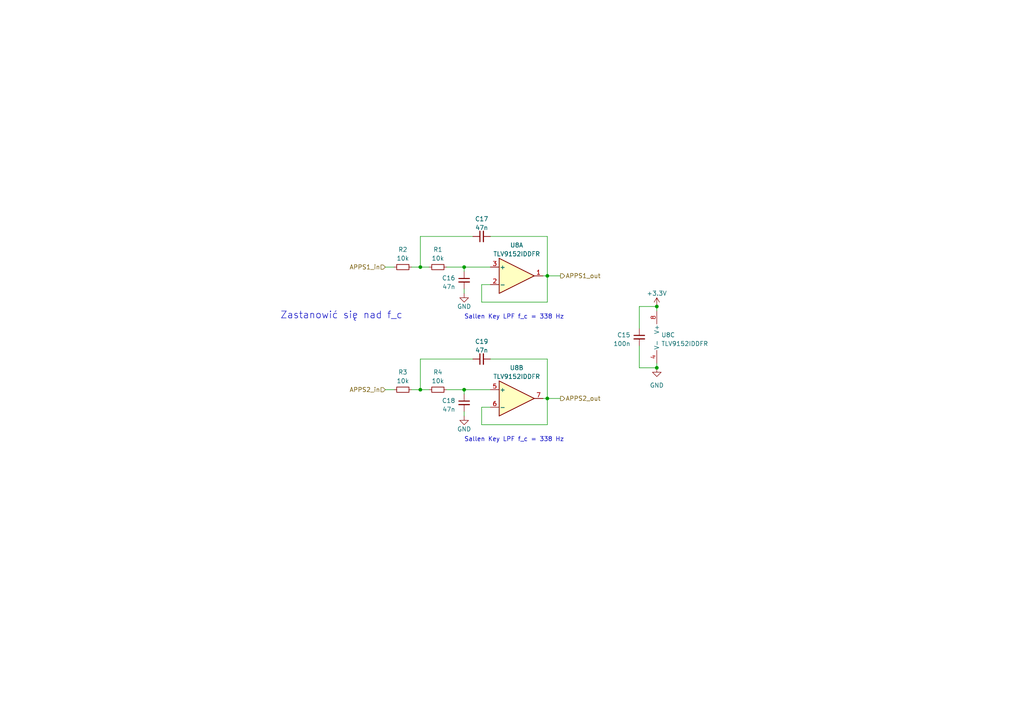
<source format=kicad_sch>
(kicad_sch (version 20230121) (generator eeschema)
  (paper "A4")
  (title_block (date "2023-02-24") (rev "${REVISION}") (company "Author: Szymon Kostrubiec") (comment 1 "Reviewer:"))
  (lib_symbols
    (symbol "Amplifier_Operational:TLV9062" (pin_names (offset 0.127))
      (property "Reference" "U" (at 0 5.08 0))
      (property "Value" "TLV9062" (at 0 -5.08 0))
      (symbol "TLV9062_1_1"
        (polyline (pts (xy -5.08 5.08) (xy 5.08 0) (xy -5.08 -5.08) (xy -5.08 5.08)) (stroke (width 0.254)) (fill (type background)))
        (pin output line (at 7.62 0 180) (length 2.54) (name "~") (number "1"))
        (pin input line (at -7.62 -2.54 0) (length 2.54) (name "-") (number "2"))
        (pin input line (at -7.62 2.54 0) (length 2.54) (name "+") (number "3"))
      )
      (symbol "TLV9062_2_1"
        (polyline (pts (xy -5.08 5.08) (xy 5.08 0) (xy -5.08 -5.08) (xy -5.08 5.08)) (stroke (width 0.254)) (fill (type background)))
        (pin input line (at -7.62 2.54 0) (length 2.54) (name "+") (number "5"))
        (pin input line (at -7.62 -2.54 0) (length 2.54) (name "-") (number "6"))
        (pin output line (at 7.62 0 180) (length 2.54) (name "~") (number "7"))
      )
      (symbol "TLV9062_3_1"
        (pin power_in line (at -2.54 -7.62 90) (length 3.81) (name "V-") (number "4"))
        (pin power_in line (at -2.54 7.62 270) (length 3.81) (name "V+") (number "8"))
      )
    )
    (symbol "Device:C_Small" (pin_numbers hide) (pin_names (offset 0.254) hide)
      (property "Reference" "C" (at 0.254 1.778 0))
      (property "Value" "C_Small" (at 0.254 -2.032 0))
      (symbol "C_Small_0_1"
        (polyline (pts (xy -1.524 -0.508) (xy 1.524 -0.508)) (stroke (width 0.3302)))
        (polyline (pts (xy -1.524 0.508) (xy 1.524 0.508)) (stroke (width 0.3048)))
      )
      (symbol "C_Small_1_1"
        (pin passive line (at 0 2.54 270) (length 2.032) (name "~") (number "1"))
        (pin passive line (at 0 -2.54 90) (length 2.032) (name "~") (number "2"))
      )
    )
    (symbol "Device:R_Small" (pin_numbers hide) (pin_names (offset 0.254) hide)
      (property "Reference" "R" (at 0.762 0.508 0))
      (property "Value" "R_Small" (at 0.762 -1.016 0))
      (symbol "R_Small_0_1"
        (rectangle (start -0.762 1.778) (end 0.762 -1.778) (stroke (width 0.2032)))
      )
      (symbol "R_Small_1_1"
        (pin passive line (at 0 2.54 270) (length 0.762) (name "~") (number "1"))
        (pin passive line (at 0 -2.54 90) (length 0.762) (name "~") (number "2"))
      )
    )
    (symbol "power:+3.3V" (power) (pin_names (offset 0))
      (property "Value" "+3.3V" (at 0 3.556 0))
      (symbol "+3.3V_0_1"
        (polyline (pts (xy -0.762 1.27) (xy 0 2.54)))
        (polyline (pts (xy 0 0) (xy 0 2.54)))
        (polyline (pts (xy 0 2.54) (xy 0.762 1.27)))
      )
      (symbol "+3.3V_1_1"
        (pin power_in line (at 0 0 90) (length 0) hide (name "+3.3V") (number "1"))
      )
    )
    (symbol "power:GND" (power) (pin_names (offset 0))
      (property "Value" "GND" (at 0 -3.81 0))
      (symbol "GND_0_1"
        (polyline (pts (xy 0 0) (xy 0 -1.27) (xy 1.27 -1.27) (xy 0 -2.54) (xy -1.27 -1.27) (xy 0 -1.27)))
      )
      (symbol "GND_1_1"
        (pin power_in line (at 0 0 270) (length 0) hide (name "GND") (number "1"))
      )
    )
  )
  (junction (at 190.5 88.9))
  (junction (at 121.92 113.03))
  (junction (at 134.62 113.03))
  (junction (at 190.5 106.68))
  (junction (at 158.75 80.01))
  (junction (at 121.92 77.47))
  (junction (at 158.75 115.57))
  (junction (at 134.62 77.47))
  (wire (pts (xy 121.92 104.14) (xy 137.16 104.14)))
  (wire (pts (xy 139.7 123.19) (xy 139.7 118.11)))
  (wire (pts (xy 111.76 113.03) (xy 114.3 113.03)))
  (wire (pts (xy 157.48 80.01) (xy 158.75 80.01)))
  (wire (pts (xy 134.62 114.3) (xy 134.62 113.03)))
  (wire (pts (xy 129.54 77.47) (xy 134.62 77.47)))
  (wire (pts (xy 121.92 113.03) (xy 121.92 104.14)))
  (wire (pts (xy 121.92 77.47) (xy 124.46 77.47)))
  (wire (pts (xy 158.75 68.58) (xy 142.24 68.58)))
  (wire (pts (xy 190.5 105.41) (xy 190.5 106.68)))
  (wire (pts (xy 134.62 83.82) (xy 134.62 85.09)))
  (wire (pts (xy 139.7 82.55) (xy 142.24 82.55)))
  (wire (pts (xy 158.75 80.01) (xy 158.75 87.63)))
  (wire (pts (xy 129.54 113.03) (xy 134.62 113.03)))
  (wire (pts (xy 158.75 104.14) (xy 142.24 104.14)))
  (wire (pts (xy 119.38 113.03) (xy 121.92 113.03)))
  (wire (pts (xy 111.76 77.47) (xy 114.3 77.47)))
  (wire (pts (xy 157.48 115.57) (xy 158.75 115.57)))
  (wire (pts (xy 121.92 77.47) (xy 121.92 68.58)))
  (wire (pts (xy 121.92 113.03) (xy 124.46 113.03)))
  (wire (pts (xy 158.75 115.57) (xy 162.56 115.57)))
  (wire (pts (xy 119.38 77.47) (xy 121.92 77.47)))
  (wire (pts (xy 185.42 106.68) (xy 190.5 106.68)))
  (wire (pts (xy 134.62 113.03) (xy 142.24 113.03)))
  (wire (pts (xy 158.75 87.63) (xy 139.7 87.63)))
  (wire (pts (xy 158.75 115.57) (xy 158.75 104.14)))
  (wire (pts (xy 134.62 77.47) (xy 142.24 77.47)))
  (wire (pts (xy 185.42 88.9) (xy 190.5 88.9)))
  (wire (pts (xy 134.62 78.74) (xy 134.62 77.47)))
  (wire (pts (xy 139.7 87.63) (xy 139.7 82.55)))
  (wire (pts (xy 158.75 80.01) (xy 162.56 80.01)))
  (wire (pts (xy 158.75 115.57) (xy 158.75 123.19)))
  (wire (pts (xy 134.62 119.38) (xy 134.62 120.65)))
  (wire (pts (xy 158.75 123.19) (xy 139.7 123.19)))
  (wire (pts (xy 185.42 95.25) (xy 185.42 88.9)))
  (wire (pts (xy 121.92 68.58) (xy 137.16 68.58)))
  (wire (pts (xy 139.7 118.11) (xy 142.24 118.11)))
  (wire (pts (xy 190.5 88.9) (xy 190.5 90.17)))
  (wire (pts (xy 185.42 100.33) (xy 185.42 106.68)))
  (wire (pts (xy 158.75 80.01) (xy 158.75 68.58)))
  (text "Zastanowić się nad f_c" (at 81.28 92.71 0) (effects (font (size 2 2)) (justify left bottom)))
  (text "Sallen Key LPF f_c = 338 Hz" (at 134.62 128.27 0) (effects (font (size 1.27 1.27)) (justify left bottom)))
  (text "Sallen Key LPF f_c = 338 Hz" (at 134.62 92.71 0) (effects (font (size 1.27 1.27)) (justify left bottom)))
  (hierarchical_label "APPS2_out" (shape output) (at 162.56 115.57 0))
  (hierarchical_label "APPS1_in" (shape input) (at 111.76 77.47 180))
  (hierarchical_label "APPS1_out" (shape output) (at 162.56 80.01 0))
  (hierarchical_label "APPS2_in" (shape input) (at 111.76 113.03 180))
  (symbol (lib_id "Device:C_Small") (at 134.62 116.84 0) (unit 1)
    (property "Reference" "C18" (at 132.08 116.2113 0) (effects (justify right)))
    (property "Value" "47n" (at 132.08 118.7513 0) (effects (justify right)))
  )
  (symbol (lib_id "Device:C_Small") (at 139.7 104.14 90) (unit 1)
    (property "Reference" "C19" (at 139.7063 99.06 90))
    (property "Value" "47n" (at 139.7063 101.6 90))
  )
  (symbol (lib_id "Device:R_Small") (at 116.84 113.03 90) (unit 1)
    (property "Reference" "R3" (at 116.84 107.95 90))
    (property "Value" "10k" (at 116.84 110.49 90))
  )
  (symbol (lib_id "power:GND") (at 190.5 106.68 0) (unit 1)
    (property "Reference" "#PWR053" (effects hide))
    (property "Value" "GND" (at 190.5 111.76 0))
  )
  (symbol (lib_id "Amplifier_Operational:TLV9062") (at 193.04 97.79 0) (unit 3)
    (property "Reference" "U8" (at 191.77 97.155 0) (effects (justify left)))
    (property "Value" "TLV9152IDDFR" (at 191.77 99.695 0) (effects (justify left)))
    (property "Datasheet" "https://www.ti.com/lit/ds/symlink/tlv9151.pdf?HQS=dis-mous-null-mousermode-dsf-pf-null-wwe&ts=1677335283651&ref_url=https%253A%252F%252Fwww.mouser.pl%252F" (effects hide))
  )
  (symbol (lib_id "Device:R_Small") (at 116.84 77.47 90) (unit 1)
    (property "Reference" "R2" (at 116.84 72.39 90))
    (property "Value" "10k" (at 116.84 74.93 90))
  )
  (symbol (lib_id "power:GND") (at 134.62 120.65 0) (unit 1)
    (property "Reference" "#PWR055" (effects hide))
    (property "Value" "GND" (at 134.62 124.46 0))
  )
  (symbol (lib_id "power:+3.3V") (at 190.5 88.9 0) (unit 1)
    (property "Reference" "#PWR013" (effects hide))
    (property "Value" "+3.3V" (at 190.5 85.09 0))
  )
  (symbol (lib_id "Amplifier_Operational:TLV9062") (at 149.86 115.57 0) (unit 2)
    (property "Reference" "U8" (at 149.86 106.68 0))
    (property "Value" "TLV9152IDDFR" (at 149.86 109.22 0))
    (property "Datasheet" "https://www.ti.com/lit/ds/symlink/tlv9151.pdf?HQS=dis-mous-null-mousermode-dsf-pf-null-wwe&ts=1677335283651&ref_url=https%253A%252F%252Fwww.mouser.pl%252F" (effects hide))
  )
  (symbol (lib_id "Device:R_Small") (at 127 113.03 90) (unit 1)
    (property "Reference" "R4" (at 127 107.95 90))
    (property "Value" "10k" (at 127 110.49 90))
  )
  (symbol (lib_id "power:GND") (at 134.62 85.09 0) (unit 1)
    (property "Reference" "#PWR054" (effects hide))
    (property "Value" "GND" (at 134.62 88.9 0))
  )
  (symbol (lib_id "Device:C_Small") (at 185.42 97.79 0) (unit 1)
    (property "Reference" "C15" (at 182.88 97.1613 0) (effects (justify right)))
    (property "Value" "100n" (at 182.88 99.7013 0) (effects (justify right)))
  )
  (symbol (lib_id "Device:C_Small") (at 139.7 68.58 90) (unit 1)
    (property "Reference" "C17" (at 139.7063 63.5 90))
    (property "Value" "47n" (at 139.7063 66.04 90))
  )
  (symbol (lib_id "Device:C_Small") (at 134.62 81.28 0) (unit 1)
    (property "Reference" "C16" (at 132.08 80.6513 0) (effects (justify right)))
    (property "Value" "47n" (at 132.08 83.1913 0) (effects (justify right)))
  )
  (symbol (lib_id "Device:R_Small") (at 127 77.47 90) (unit 1)
    (property "Reference" "R1" (at 127 72.39 90))
    (property "Value" "10k" (at 127 74.93 90))
  )
  (symbol (lib_id "Amplifier_Operational:TLV9062") (at 149.86 80.01 0) (unit 1)
    (property "Reference" "U8" (at 149.86 71.12 0))
    (property "Value" "TLV9152IDDFR" (at 149.86 73.66 0))
    (property "Datasheet" "https://www.ti.com/lit/ds/symlink/tlv9151.pdf?HQS=dis-mous-null-mousermode-dsf-pf-null-wwe&ts=1677335283651&ref_url=https%253A%252F%252Fwww.mouser.pl%252F" (effects hide))
  )
)
</source>
